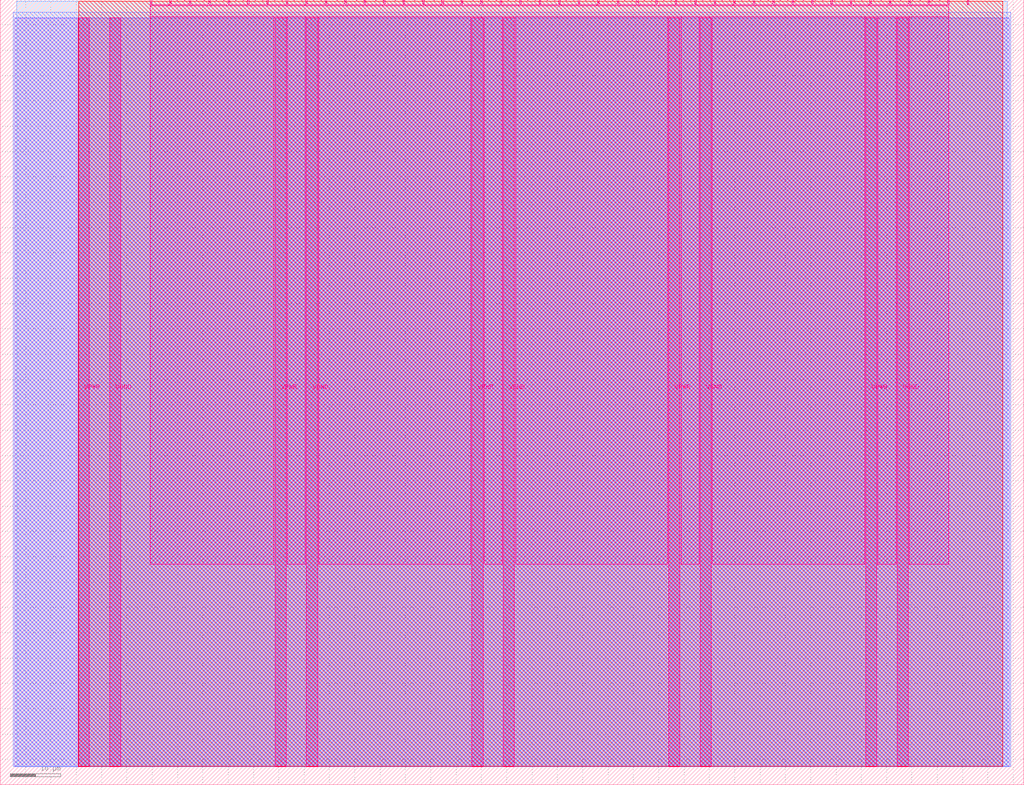
<source format=lef>
VERSION 5.7 ;
  NOWIREEXTENSIONATPIN ON ;
  DIVIDERCHAR "/" ;
  BUSBITCHARS "[]" ;
MACRO tt_um_tiny_ternary_tapeout
  CLASS BLOCK ;
  FOREIGN tt_um_tiny_ternary_tapeout ;
  ORIGIN 0.000 0.000 ;
  SIZE 202.080 BY 154.980 ;
  PIN VGND
    DIRECTION INOUT ;
    USE GROUND ;
    PORT
      LAYER Metal5 ;
        RECT 21.580 3.560 23.780 151.420 ;
    END
    PORT
      LAYER Metal5 ;
        RECT 60.450 3.560 62.650 151.420 ;
    END
    PORT
      LAYER Metal5 ;
        RECT 99.320 3.560 101.520 151.420 ;
    END
    PORT
      LAYER Metal5 ;
        RECT 138.190 3.560 140.390 151.420 ;
    END
    PORT
      LAYER Metal5 ;
        RECT 177.060 3.560 179.260 151.420 ;
    END
  END VGND
  PIN VPWR
    DIRECTION INOUT ;
    USE POWER ;
    PORT
      LAYER Metal5 ;
        RECT 15.380 3.560 17.580 151.420 ;
    END
    PORT
      LAYER Metal5 ;
        RECT 54.250 3.560 56.450 151.420 ;
    END
    PORT
      LAYER Metal5 ;
        RECT 93.120 3.560 95.320 151.420 ;
    END
    PORT
      LAYER Metal5 ;
        RECT 131.990 3.560 134.190 151.420 ;
    END
    PORT
      LAYER Metal5 ;
        RECT 170.860 3.560 173.060 151.420 ;
    END
  END VPWR
  PIN clk
    DIRECTION INPUT ;
    USE SIGNAL ;
    ANTENNAGATEAREA 0.213200 ;
    PORT
      LAYER Metal5 ;
        RECT 187.050 153.980 187.350 154.980 ;
    END
  END clk
  PIN ena
    DIRECTION INPUT ;
    USE SIGNAL ;
    PORT
      LAYER Metal5 ;
        RECT 190.890 153.980 191.190 154.980 ;
    END
  END ena
  PIN rst_n
    DIRECTION INPUT ;
    USE SIGNAL ;
    ANTENNAGATEAREA 0.180700 ;
    PORT
      LAYER Metal5 ;
        RECT 183.210 153.980 183.510 154.980 ;
    END
  END rst_n
  PIN ui_in[0]
    DIRECTION INPUT ;
    USE SIGNAL ;
    ANTENNAGATEAREA 0.527800 ;
    PORT
      LAYER Metal5 ;
        RECT 179.370 153.980 179.670 154.980 ;
    END
  END ui_in[0]
  PIN ui_in[1]
    DIRECTION INPUT ;
    USE SIGNAL ;
    ANTENNAGATEAREA 0.213200 ;
    PORT
      LAYER Metal5 ;
        RECT 175.530 153.980 175.830 154.980 ;
    END
  END ui_in[1]
  PIN ui_in[2]
    DIRECTION INPUT ;
    USE SIGNAL ;
    ANTENNAGATEAREA 0.314600 ;
    PORT
      LAYER Metal5 ;
        RECT 171.690 153.980 171.990 154.980 ;
    END
  END ui_in[2]
  PIN ui_in[3]
    DIRECTION INPUT ;
    USE SIGNAL ;
    ANTENNAGATEAREA 0.314600 ;
    PORT
      LAYER Metal5 ;
        RECT 167.850 153.980 168.150 154.980 ;
    END
  END ui_in[3]
  PIN ui_in[4]
    DIRECTION INPUT ;
    USE SIGNAL ;
    ANTENNAGATEAREA 0.314600 ;
    PORT
      LAYER Metal5 ;
        RECT 164.010 153.980 164.310 154.980 ;
    END
  END ui_in[4]
  PIN ui_in[5]
    DIRECTION INPUT ;
    USE SIGNAL ;
    ANTENNAGATEAREA 0.314600 ;
    PORT
      LAYER Metal5 ;
        RECT 160.170 153.980 160.470 154.980 ;
    END
  END ui_in[5]
  PIN ui_in[6]
    DIRECTION INPUT ;
    USE SIGNAL ;
    ANTENNAGATEAREA 0.314600 ;
    PORT
      LAYER Metal5 ;
        RECT 156.330 153.980 156.630 154.980 ;
    END
  END ui_in[6]
  PIN ui_in[7]
    DIRECTION INPUT ;
    USE SIGNAL ;
    ANTENNAGATEAREA 0.314600 ;
    PORT
      LAYER Metal5 ;
        RECT 152.490 153.980 152.790 154.980 ;
    END
  END ui_in[7]
  PIN uio_in[0]
    DIRECTION INPUT ;
    USE SIGNAL ;
    ANTENNAGATEAREA 0.213200 ;
    PORT
      LAYER Metal5 ;
        RECT 148.650 153.980 148.950 154.980 ;
    END
  END uio_in[0]
  PIN uio_in[1]
    DIRECTION INPUT ;
    USE SIGNAL ;
    ANTENNAGATEAREA 0.213200 ;
    PORT
      LAYER Metal5 ;
        RECT 144.810 153.980 145.110 154.980 ;
    END
  END uio_in[1]
  PIN uio_in[2]
    DIRECTION INPUT ;
    USE SIGNAL ;
    ANTENNAGATEAREA 0.213200 ;
    PORT
      LAYER Metal5 ;
        RECT 140.970 153.980 141.270 154.980 ;
    END
  END uio_in[2]
  PIN uio_in[3]
    DIRECTION INPUT ;
    USE SIGNAL ;
    ANTENNAGATEAREA 0.180700 ;
    PORT
      LAYER Metal5 ;
        RECT 137.130 153.980 137.430 154.980 ;
    END
  END uio_in[3]
  PIN uio_in[4]
    DIRECTION INPUT ;
    USE SIGNAL ;
    ANTENNAGATEAREA 0.213200 ;
    PORT
      LAYER Metal5 ;
        RECT 133.290 153.980 133.590 154.980 ;
    END
  END uio_in[4]
  PIN uio_in[5]
    DIRECTION INPUT ;
    USE SIGNAL ;
    ANTENNAGATEAREA 0.213200 ;
    PORT
      LAYER Metal5 ;
        RECT 129.450 153.980 129.750 154.980 ;
    END
  END uio_in[5]
  PIN uio_in[6]
    DIRECTION INPUT ;
    USE SIGNAL ;
    ANTENNAGATEAREA 0.213200 ;
    PORT
      LAYER Metal5 ;
        RECT 125.610 153.980 125.910 154.980 ;
    END
  END uio_in[6]
  PIN uio_in[7]
    DIRECTION INPUT ;
    USE SIGNAL ;
    ANTENNAGATEAREA 0.314600 ;
    PORT
      LAYER Metal5 ;
        RECT 121.770 153.980 122.070 154.980 ;
    END
  END uio_in[7]
  PIN uio_oe[0]
    DIRECTION OUTPUT ;
    USE SIGNAL ;
    ANTENNADIFFAREA 0.299200 ;
    PORT
      LAYER Metal5 ;
        RECT 56.490 153.980 56.790 154.980 ;
    END
  END uio_oe[0]
  PIN uio_oe[1]
    DIRECTION OUTPUT ;
    USE SIGNAL ;
    ANTENNADIFFAREA 0.299200 ;
    PORT
      LAYER Metal5 ;
        RECT 52.650 153.980 52.950 154.980 ;
    END
  END uio_oe[1]
  PIN uio_oe[2]
    DIRECTION OUTPUT ;
    USE SIGNAL ;
    ANTENNADIFFAREA 0.299200 ;
    PORT
      LAYER Metal5 ;
        RECT 48.810 153.980 49.110 154.980 ;
    END
  END uio_oe[2]
  PIN uio_oe[3]
    DIRECTION OUTPUT ;
    USE SIGNAL ;
    ANTENNADIFFAREA 0.299200 ;
    PORT
      LAYER Metal5 ;
        RECT 44.970 153.980 45.270 154.980 ;
    END
  END uio_oe[3]
  PIN uio_oe[4]
    DIRECTION OUTPUT ;
    USE SIGNAL ;
    ANTENNADIFFAREA 0.299200 ;
    PORT
      LAYER Metal5 ;
        RECT 41.130 153.980 41.430 154.980 ;
    END
  END uio_oe[4]
  PIN uio_oe[5]
    DIRECTION OUTPUT ;
    USE SIGNAL ;
    ANTENNADIFFAREA 0.299200 ;
    PORT
      LAYER Metal5 ;
        RECT 37.290 153.980 37.590 154.980 ;
    END
  END uio_oe[5]
  PIN uio_oe[6]
    DIRECTION OUTPUT ;
    USE SIGNAL ;
    ANTENNADIFFAREA 0.299200 ;
    PORT
      LAYER Metal5 ;
        RECT 33.450 153.980 33.750 154.980 ;
    END
  END uio_oe[6]
  PIN uio_oe[7]
    DIRECTION OUTPUT ;
    USE SIGNAL ;
    ANTENNADIFFAREA 0.299200 ;
    PORT
      LAYER Metal5 ;
        RECT 29.610 153.980 29.910 154.980 ;
    END
  END uio_oe[7]
  PIN uio_out[0]
    DIRECTION OUTPUT ;
    USE SIGNAL ;
    ANTENNADIFFAREA 0.299200 ;
    PORT
      LAYER Metal5 ;
        RECT 87.210 153.980 87.510 154.980 ;
    END
  END uio_out[0]
  PIN uio_out[1]
    DIRECTION OUTPUT ;
    USE SIGNAL ;
    ANTENNADIFFAREA 0.299200 ;
    PORT
      LAYER Metal5 ;
        RECT 83.370 153.980 83.670 154.980 ;
    END
  END uio_out[1]
  PIN uio_out[2]
    DIRECTION OUTPUT ;
    USE SIGNAL ;
    ANTENNADIFFAREA 0.299200 ;
    PORT
      LAYER Metal5 ;
        RECT 79.530 153.980 79.830 154.980 ;
    END
  END uio_out[2]
  PIN uio_out[3]
    DIRECTION OUTPUT ;
    USE SIGNAL ;
    ANTENNADIFFAREA 0.299200 ;
    PORT
      LAYER Metal5 ;
        RECT 75.690 153.980 75.990 154.980 ;
    END
  END uio_out[3]
  PIN uio_out[4]
    DIRECTION OUTPUT ;
    USE SIGNAL ;
    ANTENNADIFFAREA 0.299200 ;
    PORT
      LAYER Metal5 ;
        RECT 71.850 153.980 72.150 154.980 ;
    END
  END uio_out[4]
  PIN uio_out[5]
    DIRECTION OUTPUT ;
    USE SIGNAL ;
    ANTENNADIFFAREA 0.299200 ;
    PORT
      LAYER Metal5 ;
        RECT 68.010 153.980 68.310 154.980 ;
    END
  END uio_out[5]
  PIN uio_out[6]
    DIRECTION OUTPUT ;
    USE SIGNAL ;
    ANTENNADIFFAREA 0.299200 ;
    PORT
      LAYER Metal5 ;
        RECT 64.170 153.980 64.470 154.980 ;
    END
  END uio_out[6]
  PIN uio_out[7]
    DIRECTION OUTPUT ;
    USE SIGNAL ;
    ANTENNADIFFAREA 0.299200 ;
    PORT
      LAYER Metal5 ;
        RECT 60.330 153.980 60.630 154.980 ;
    END
  END uio_out[7]
  PIN uo_out[0]
    DIRECTION OUTPUT ;
    USE SIGNAL ;
    ANTENNADIFFAREA 0.654800 ;
    PORT
      LAYER Metal5 ;
        RECT 117.930 153.980 118.230 154.980 ;
    END
  END uo_out[0]
  PIN uo_out[1]
    DIRECTION OUTPUT ;
    USE SIGNAL ;
    ANTENNADIFFAREA 0.654800 ;
    PORT
      LAYER Metal5 ;
        RECT 114.090 153.980 114.390 154.980 ;
    END
  END uo_out[1]
  PIN uo_out[2]
    DIRECTION OUTPUT ;
    USE SIGNAL ;
    ANTENNADIFFAREA 0.654800 ;
    PORT
      LAYER Metal5 ;
        RECT 110.250 153.980 110.550 154.980 ;
    END
  END uo_out[2]
  PIN uo_out[3]
    DIRECTION OUTPUT ;
    USE SIGNAL ;
    ANTENNADIFFAREA 0.654800 ;
    PORT
      LAYER Metal5 ;
        RECT 106.410 153.980 106.710 154.980 ;
    END
  END uo_out[3]
  PIN uo_out[4]
    DIRECTION OUTPUT ;
    USE SIGNAL ;
    ANTENNADIFFAREA 0.654800 ;
    PORT
      LAYER Metal5 ;
        RECT 102.570 153.980 102.870 154.980 ;
    END
  END uo_out[4]
  PIN uo_out[5]
    DIRECTION OUTPUT ;
    USE SIGNAL ;
    ANTENNADIFFAREA 0.654800 ;
    PORT
      LAYER Metal5 ;
        RECT 98.730 153.980 99.030 154.980 ;
    END
  END uo_out[5]
  PIN uo_out[6]
    DIRECTION OUTPUT ;
    USE SIGNAL ;
    ANTENNADIFFAREA 0.654800 ;
    PORT
      LAYER Metal5 ;
        RECT 94.890 153.980 95.190 154.980 ;
    END
  END uo_out[6]
  PIN uo_out[7]
    DIRECTION OUTPUT ;
    USE SIGNAL ;
    ANTENNADIFFAREA 0.654800 ;
    PORT
      LAYER Metal5 ;
        RECT 91.050 153.980 91.350 154.980 ;
    END
  END uo_out[7]
  OBS
      LAYER GatPoly ;
        RECT 2.880 3.630 199.200 151.350 ;
      LAYER Metal1 ;
        RECT 2.880 3.560 199.200 151.420 ;
      LAYER Metal2 ;
        RECT 2.605 3.680 199.475 152.560 ;
      LAYER Metal3 ;
        RECT 3.260 3.635 198.820 154.705 ;
      LAYER Metal4 ;
        RECT 15.515 3.680 197.905 154.660 ;
      LAYER Metal5 ;
        RECT 30.120 153.770 33.240 153.980 ;
        RECT 33.960 153.770 37.080 153.980 ;
        RECT 37.800 153.770 40.920 153.980 ;
        RECT 41.640 153.770 44.760 153.980 ;
        RECT 45.480 153.770 48.600 153.980 ;
        RECT 49.320 153.770 52.440 153.980 ;
        RECT 53.160 153.770 56.280 153.980 ;
        RECT 57.000 153.770 60.120 153.980 ;
        RECT 60.840 153.770 63.960 153.980 ;
        RECT 64.680 153.770 67.800 153.980 ;
        RECT 68.520 153.770 71.640 153.980 ;
        RECT 72.360 153.770 75.480 153.980 ;
        RECT 76.200 153.770 79.320 153.980 ;
        RECT 80.040 153.770 83.160 153.980 ;
        RECT 83.880 153.770 87.000 153.980 ;
        RECT 87.720 153.770 90.840 153.980 ;
        RECT 91.560 153.770 94.680 153.980 ;
        RECT 95.400 153.770 98.520 153.980 ;
        RECT 99.240 153.770 102.360 153.980 ;
        RECT 103.080 153.770 106.200 153.980 ;
        RECT 106.920 153.770 110.040 153.980 ;
        RECT 110.760 153.770 113.880 153.980 ;
        RECT 114.600 153.770 117.720 153.980 ;
        RECT 118.440 153.770 121.560 153.980 ;
        RECT 122.280 153.770 125.400 153.980 ;
        RECT 126.120 153.770 129.240 153.980 ;
        RECT 129.960 153.770 133.080 153.980 ;
        RECT 133.800 153.770 136.920 153.980 ;
        RECT 137.640 153.770 140.760 153.980 ;
        RECT 141.480 153.770 144.600 153.980 ;
        RECT 145.320 153.770 148.440 153.980 ;
        RECT 149.160 153.770 152.280 153.980 ;
        RECT 153.000 153.770 156.120 153.980 ;
        RECT 156.840 153.770 159.960 153.980 ;
        RECT 160.680 153.770 163.800 153.980 ;
        RECT 164.520 153.770 167.640 153.980 ;
        RECT 168.360 153.770 171.480 153.980 ;
        RECT 172.200 153.770 175.320 153.980 ;
        RECT 176.040 153.770 179.160 153.980 ;
        RECT 179.880 153.770 183.000 153.980 ;
        RECT 183.720 153.770 186.840 153.980 ;
        RECT 29.660 151.630 187.300 153.770 ;
        RECT 29.660 43.535 54.040 151.630 ;
        RECT 56.660 43.535 60.240 151.630 ;
        RECT 62.860 43.535 92.910 151.630 ;
        RECT 95.530 43.535 99.110 151.630 ;
        RECT 101.730 43.535 131.780 151.630 ;
        RECT 134.400 43.535 137.980 151.630 ;
        RECT 140.600 43.535 170.650 151.630 ;
        RECT 173.270 43.535 176.850 151.630 ;
        RECT 179.470 43.535 187.300 151.630 ;
  END
END tt_um_tiny_ternary_tapeout
END LIBRARY


</source>
